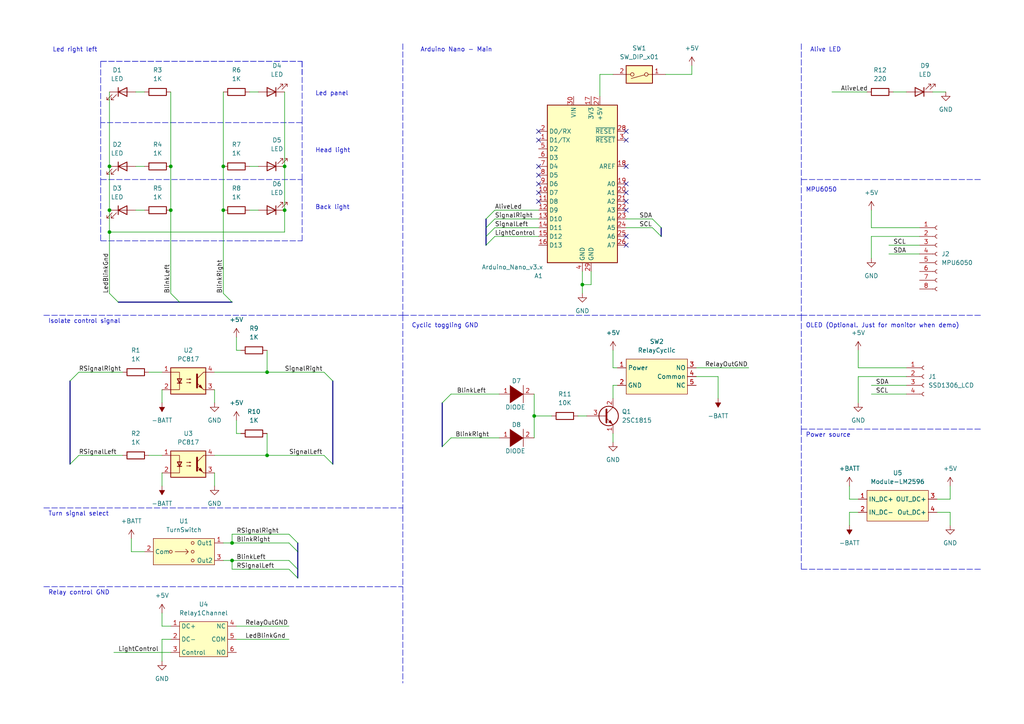
<source format=kicad_sch>
(kicad_sch (version 20211123) (generator eeschema)
  (paper "A4")
  (title_block (title "Turn light signal assistance") (rev "1.0.0") (company "Bosch VN"))
  (lib_symbols
    (symbol "Connector:Conn_01x04_Female" (pin_names (offset 1.016) hide)
      (property "Reference" "J" (at 0 5.08 0))
      (property "Value" "Conn_01x04_Female" (at 0 -7.62 0))
      (symbol "Conn_01x04_Female_1_1"
        (arc (start 0 -4.572) (mid -0.508 -5.08) (end 0 -5.588) (stroke (width 0.1524)))
        (arc (start 0 -2.032) (mid -0.508 -2.54) (end 0 -3.048) (stroke (width 0.1524)))
        (polyline (pts (xy -1.27 -5.08) (xy -0.508 -5.08)) (stroke (width 0.1524)))
        (polyline (pts (xy -1.27 -2.54) (xy -0.508 -2.54)) (stroke (width 0.1524)))
        (polyline (pts (xy -1.27 0) (xy -0.508 0)) (stroke (width 0.1524)))
        (polyline (pts (xy -1.27 2.54) (xy -0.508 2.54)) (stroke (width 0.1524)))
        (arc (start 0 0.508) (mid -0.508 0) (end 0 -0.508) (stroke (width 0.1524)))
        (arc (start 0 3.048) (mid -0.508 2.54) (end 0 2.032) (stroke (width 0.1524)))
        (pin passive line (at -5.08 2.54 0) (length 3.81) (name "Pin_1") (number "1"))
        (pin passive line (at -5.08 0 0) (length 3.81) (name "Pin_2") (number "2"))
        (pin passive line (at -5.08 -2.54 0) (length 3.81) (name "Pin_3") (number "3"))
        (pin passive line (at -5.08 -5.08 0) (length 3.81) (name "Pin_4") (number "4"))
      )
    )
    (symbol "Connector:Conn_01x08_Female" (pin_names (offset 1.016) hide)
      (property "Reference" "J" (at 0 10.16 0))
      (property "Value" "Conn_01x08_Female" (at 0 -12.7 0))
      (symbol "Conn_01x08_Female_1_1"
        (arc (start 0 -9.652) (mid -0.508 -10.16) (end 0 -10.668) (stroke (width 0.1524)))
        (arc (start 0 -7.112) (mid -0.508 -7.62) (end 0 -8.128) (stroke (width 0.1524)))
        (arc (start 0 -4.572) (mid -0.508 -5.08) (end 0 -5.588) (stroke (width 0.1524)))
        (arc (start 0 -2.032) (mid -0.508 -2.54) (end 0 -3.048) (stroke (width 0.1524)))
        (polyline (pts (xy -1.27 -10.16) (xy -0.508 -10.16)) (stroke (width 0.1524)))
        (polyline (pts (xy -1.27 -7.62) (xy -0.508 -7.62)) (stroke (width 0.1524)))
        (polyline (pts (xy -1.27 -5.08) (xy -0.508 -5.08)) (stroke (width 0.1524)))
        (polyline (pts (xy -1.27 -2.54) (xy -0.508 -2.54)) (stroke (width 0.1524)))
        (polyline (pts (xy -1.27 0) (xy -0.508 0)) (stroke (width 0.1524)))
        (polyline (pts (xy -1.27 2.54) (xy -0.508 2.54)) (stroke (width 0.1524)))
        (polyline (pts (xy -1.27 5.08) (xy -0.508 5.08)) (stroke (width 0.1524)))
        (polyline (pts (xy -1.27 7.62) (xy -0.508 7.62)) (stroke (width 0.1524)))
        (arc (start 0 0.508) (mid -0.508 0) (end 0 -0.508) (stroke (width 0.1524)))
        (arc (start 0 3.048) (mid -0.508 2.54) (end 0 2.032) (stroke (width 0.1524)))
        (arc (start 0 5.588) (mid -0.508 5.08) (end 0 4.572) (stroke (width 0.1524)))
        (arc (start 0 8.128) (mid -0.508 7.62) (end 0 7.112) (stroke (width 0.1524)))
        (pin passive line (at -5.08 7.62 0) (length 3.81) (name "Pin_1") (number "1"))
        (pin passive line (at -5.08 5.08 0) (length 3.81) (name "Pin_2") (number "2"))
        (pin passive line (at -5.08 2.54 0) (length 3.81) (name "Pin_3") (number "3"))
        (pin passive line (at -5.08 0 0) (length 3.81) (name "Pin_4") (number "4"))
        (pin passive line (at -5.08 -2.54 0) (length 3.81) (name "Pin_5") (number "5"))
        (pin passive line (at -5.08 -5.08 0) (length 3.81) (name "Pin_6") (number "6"))
        (pin passive line (at -5.08 -7.62 0) (length 3.81) (name "Pin_7") (number "7"))
        (pin passive line (at -5.08 -10.16 0) (length 3.81) (name "Pin_8") (number "8"))
      )
    )
    (symbol "Device:LED" (pin_numbers hide) (pin_names (offset 1.016) hide)
      (property "Reference" "D" (at 0 2.54 0))
      (property "Value" "LED" (at 0 -2.54 0))
      (symbol "LED_0_1"
        (polyline (pts (xy -1.27 -1.27) (xy -1.27 1.27)) (stroke (width 0.254)))
        (polyline (pts (xy -1.27 0) (xy 1.27 0)))
        (polyline (pts (xy 1.27 -1.27) (xy 1.27 1.27) (xy -1.27 0) (xy 1.27 -1.27)) (stroke (width 0.254)))
        (polyline (pts (xy -3.048 -0.762) (xy -4.572 -2.286) (xy -3.81 -2.286) (xy -4.572 -2.286) (xy -4.572 -1.524)))
        (polyline (pts (xy -1.778 -0.762) (xy -3.302 -2.286) (xy -2.54 -2.286) (xy -3.302 -2.286) (xy -3.302 -1.524)))
      )
      (symbol "LED_1_1"
        (pin passive line (at -3.81 0 0) (length 2.54) (name "K") (number "1"))
        (pin passive line (at 3.81 0 180) (length 2.54) (name "A") (number "2"))
      )
    )
    (symbol "Device:R" (pin_numbers hide) (pin_names (offset 0))
      (property "Reference" "R" (at 2.032 0 90))
      (property "Value" "R" (at 0 0 90))
      (symbol "R_0_1"
        (rectangle (start -1.016 -2.54) (end 1.016 2.54) (stroke (width 0.254)))
      )
      (symbol "R_1_1"
        (pin passive line (at 0 3.81 270) (length 1.27) (name "~") (number "1"))
        (pin passive line (at 0 -3.81 90) (length 1.27) (name "~") (number "2"))
      )
    )
    (symbol "Isolator:PC817" (pin_names (offset 1.016))
      (property "Reference" "U" (at -5.08 5.08 0))
      (property "Value" "PC817" (at 0 5.08 0))
      (symbol "PC817_0_1"
        (rectangle (start -5.08 3.81) (end 5.08 -3.81) (stroke (width 0.254)) (fill (type background)))
        (polyline (pts (xy -3.175 -0.635) (xy -1.905 -0.635)) (stroke (width 0.254)))
        (polyline (pts (xy 2.54 0.635) (xy 4.445 2.54)))
        (polyline (pts (xy 4.445 -2.54) (xy 2.54 -0.635)) (fill (type outline)))
        (polyline (pts (xy 4.445 -2.54) (xy 5.08 -2.54)))
        (polyline (pts (xy 4.445 2.54) (xy 5.08 2.54)))
        (polyline (pts (xy -5.08 2.54) (xy -2.54 2.54) (xy -2.54 -0.635)))
        (polyline (pts (xy -2.54 -0.635) (xy -2.54 -2.54) (xy -5.08 -2.54)))
        (polyline (pts (xy 2.54 1.905) (xy 2.54 -1.905) (xy 2.54 -1.905)) (stroke (width 0.508)))
        (polyline (pts (xy -2.54 -0.635) (xy -3.175 0.635) (xy -1.905 0.635) (xy -2.54 -0.635)) (stroke (width 0.254)))
        (polyline (pts (xy -0.508 -0.508) (xy 0.762 -0.508) (xy 0.381 -0.635) (xy 0.381 -0.381) (xy 0.762 -0.508)))
        (polyline (pts (xy -0.508 0.508) (xy 0.762 0.508) (xy 0.381 0.381) (xy 0.381 0.635) (xy 0.762 0.508)))
        (polyline (pts (xy 3.048 -1.651) (xy 3.556 -1.143) (xy 4.064 -2.159) (xy 3.048 -1.651) (xy 3.048 -1.651)) (fill (type outline)))
      )
      (symbol "PC817_1_1"
        (pin passive line (at -7.62 2.54 0) (length 2.54) (name "~") (number "1"))
        (pin passive line (at -7.62 -2.54 0) (length 2.54) (name "~") (number "2"))
        (pin passive line (at 7.62 -2.54 180) (length 2.54) (name "~") (number "3"))
        (pin passive line (at 7.62 2.54 180) (length 2.54) (name "~") (number "4"))
      )
    )
    (symbol "MCU_Module:Arduino_Nano_v3.x"
      (property "Reference" "A" (at -10.16 23.495 0))
      (property "Value" "Arduino_Nano_v3.x" (at 5.08 -24.13 0))
      (symbol "Arduino_Nano_v3.x_0_1"
        (rectangle (start -10.16 22.86) (end 10.16 -22.86) (stroke (width 0.254)) (fill (type background)))
      )
      (symbol "Arduino_Nano_v3.x_1_1"
        (pin bidirectional line (at -12.7 12.7 0) (length 2.54) (name "D1/TX") (number "1"))
        (pin bidirectional line (at -12.7 -2.54 0) (length 2.54) (name "D7") (number "10"))
        (pin bidirectional line (at -12.7 -5.08 0) (length 2.54) (name "D8") (number "11"))
        (pin bidirectional line (at -12.7 -7.62 0) (length 2.54) (name "D9") (number "12"))
        (pin bidirectional line (at -12.7 -10.16 0) (length 2.54) (name "D10") (number "13"))
        (pin bidirectional line (at -12.7 -12.7 0) (length 2.54) (name "D11") (number "14"))
        (pin bidirectional line (at -12.7 -15.24 0) (length 2.54) (name "D12") (number "15"))
        (pin bidirectional line (at -12.7 -17.78 0) (length 2.54) (name "D13") (number "16"))
        (pin power_out line (at 2.54 25.4 270) (length 2.54) (name "3V3") (number "17"))
        (pin input line (at 12.7 5.08 180) (length 2.54) (name "AREF") (number "18"))
        (pin bidirectional line (at 12.7 0 180) (length 2.54) (name "A0") (number "19"))
        (pin bidirectional line (at -12.7 15.24 0) (length 2.54) (name "D0/RX") (number "2"))
        (pin bidirectional line (at 12.7 -2.54 180) (length 2.54) (name "A1") (number "20"))
        (pin bidirectional line (at 12.7 -5.08 180) (length 2.54) (name "A2") (number "21"))
        (pin bidirectional line (at 12.7 -7.62 180) (length 2.54) (name "A3") (number "22"))
        (pin bidirectional line (at 12.7 -10.16 180) (length 2.54) (name "A4") (number "23"))
        (pin bidirectional line (at 12.7 -12.7 180) (length 2.54) (name "A5") (number "24"))
        (pin bidirectional line (at 12.7 -15.24 180) (length 2.54) (name "A6") (number "25"))
        (pin bidirectional line (at 12.7 -17.78 180) (length 2.54) (name "A7") (number "26"))
        (pin power_out line (at 5.08 25.4 270) (length 2.54) (name "+5V") (number "27"))
        (pin input line (at 12.7 15.24 180) (length 2.54) (name "~{RESET}") (number "28"))
        (pin power_in line (at 2.54 -25.4 90) (length 2.54) (name "GND") (number "29"))
        (pin input line (at 12.7 12.7 180) (length 2.54) (name "~{RESET}") (number "3"))
        (pin power_in line (at -2.54 25.4 270) (length 2.54) (name "VIN") (number "30"))
        (pin power_in line (at 0 -25.4 90) (length 2.54) (name "GND") (number "4"))
        (pin bidirectional line (at -12.7 10.16 0) (length 2.54) (name "D2") (number "5"))
        (pin bidirectional line (at -12.7 7.62 0) (length 2.54) (name "D3") (number "6"))
        (pin bidirectional line (at -12.7 5.08 0) (length 2.54) (name "D4") (number "7"))
        (pin bidirectional line (at -12.7 2.54 0) (length 2.54) (name "D5") (number "8"))
        (pin bidirectional line (at -12.7 0 0) (length 2.54) (name "D6") (number "9"))
      )
    )
    (symbol "New_Library:MinatureSwitch"
      (property "Reference" "U?" (at 0 -5.08 0))
      (property "Value" "MinatureSwitch" (at 0 -6.35 0))
      (symbol "MinatureSwitch_0_1"
        (rectangle (start -8.89 3.81) (end 8.89 -3.81) (fill (type background)))
        (circle (center -3.81 0) (radius 0.421))
        (polyline (pts (xy -2.54 0) (xy 1.27 0) (xy 0.5399 0.7287) (xy 1.27 0) (xy 0.5657 -0.6901)))
        (circle (center 2.54 -2.54) (radius 0.421))
        (circle (center 2.54 0) (radius 0.421))
        (circle (center 2.54 2.54) (radius 0.421))
      )
      (symbol "MinatureSwitch_1_1"
        (pin output line (at 11.43 2.54 180) (length 2.54) (name "Out1") (number "1"))
        (pin input line (at -11.43 0 0) (length 2.54) (name "Com") (number "2"))
        (pin output line (at 11.43 -2.54 180) (length 2.54) (name "Out2") (number "3"))
      )
    )
    (symbol "New_Library:Module-LM2596"
      (property "Reference" "U?" (at 0 -3.81 0))
      (property "Value" "Module-LM2596" (at 0 7.62 0))
      (symbol "Module-LM2596_0_1"
        (rectangle (start -8.89 6.35) (end 8.89 -2.54) (fill (type background)))
      )
      (symbol "Module-LM2596_1_1"
        (pin input line (at -11.43 3.81 0) (length 2.54) (name "IN_DC+") (number "1"))
        (pin input line (at -11.43 0 0) (length 2.54) (name "IN_DC-") (number "2"))
        (pin output line (at 11.43 3.81 180) (length 2.54) (name "OUT_DC+") (number "3"))
        (pin output line (at 11.43 0 180) (length 2.54) (name "Out_DC+") (number "4"))
      )
    )
    (symbol "New_Library:Relay1Channel"
      (property "Reference" "U?" (at 0 -7.62 0))
      (property "Value" "Relay1Channel" (at 0 -10.16 0))
      (symbol "Relay1Channel_0_1"
        (rectangle (start -6.35 3.81) (end 7.62 -6.35) (fill (type background)))
      )
      (symbol "Relay1Channel_1_1"
        (pin input line (at -8.89 2.54 0) (length 2.54) (name "DC+") (number "1"))
        (pin output line (at -8.89 -1.27 0) (length 2.54) (name "DC-") (number "2"))
        (pin input line (at -8.89 -5.08 0) (length 2.54) (name "Control") (number "3"))
        (pin output line (at 10.16 2.54 180) (length 2.54) (name "NC") (number "4"))
        (pin input line (at 10.16 -1.27 180) (length 2.54) (name "COM") (number "5"))
        (pin output line (at 10.16 -5.08 180) (length 2.54) (name "NO") (number "6"))
      )
    )
    (symbol "New_Library:RelayCyclic"
      (property "Reference" "SW?" (at 0 -10.16 0))
      (property "Value" "RelayCyclic" (at 0 -7.62 0))
      (symbol "RelayCyclic_0_1"
        (rectangle (start -8.89 5.08) (end 8.89 -5.08) (fill (type background)))
      )
      (symbol "RelayCyclic_1_1"
        (pin input line (at -11.43 2.54 0) (length 2.54) (name "Power") (number "1"))
        (pin input line (at -11.43 -2.54 0) (length 2.54) (name "GND") (number "2"))
        (pin input line (at 11.43 2.54 180) (length 2.54) (name "NO") (number "3"))
        (pin input line (at 11.43 0 180) (length 2.54) (name "Common") (number "4"))
        (pin input line (at 11.43 -2.54 180) (length 2.54) (name "NC") (number "5"))
      )
    )
    (symbol "Switch:SW_DIP_x01" (pin_names (offset 0) hide)
      (property "Reference" "SW" (at 0 3.81 0))
      (property "Value" "SW_DIP_x01" (at 0 -3.81 0))
      (symbol "SW_DIP_x01_0_0"
        (circle (center -2.032 0) (radius 0.508))
        (polyline (pts (xy -1.524 0.127) (xy 2.3622 1.1684)))
        (circle (center 2.032 0) (radius 0.508))
      )
      (symbol "SW_DIP_x01_0_1"
        (rectangle (start -3.81 2.54) (end 3.81 -2.54) (stroke (width 0.254)) (fill (type background)))
      )
      (symbol "SW_DIP_x01_1_1"
        (pin passive line (at -7.62 0 0) (length 5.08) (name "~") (number "1"))
        (pin passive line (at 7.62 0 180) (length 5.08) (name "~") (number "2"))
      )
    )
    (symbol "Transistor_BJT:2SC1815" (pin_names (offset 0) hide)
      (property "Reference" "Q" (at 5.08 1.905 0))
      (property "Value" "2SC1815" (at 5.08 0 0))
      (symbol "2SC1815_0_1"
        (polyline (pts (xy 0 0) (xy 0.508 0)))
        (polyline (pts (xy 0.635 0.635) (xy 2.54 2.54)))
        (polyline (pts (xy 0.635 -0.635) (xy 2.54 -2.54) (xy 2.54 -2.54)))
        (polyline (pts (xy 0.635 1.905) (xy 0.635 -1.905) (xy 0.635 -1.905)) (stroke (width 0.508)))
        (polyline (pts (xy 1.27 -1.778) (xy 1.778 -1.27) (xy 2.286 -2.286) (xy 1.27 -1.778) (xy 1.27 -1.778)) (fill (type outline)))
        (circle (center 1.27 0) (radius 2.8194) (stroke (width 0.254)))
      )
      (symbol "2SC1815_1_1"
        (pin passive line (at 2.54 -5.08 90) (length 2.54) (name "E") (number "1"))
        (pin passive line (at 2.54 5.08 270) (length 2.54) (name "C") (number "2"))
        (pin input line (at -5.08 0 0) (length 5.08) (name "B") (number "3"))
      )
    )
    (symbol "power:+5V" (power) (pin_names (offset 0))
      (property "Value" "+5V" (at 0 3.556 0))
      (symbol "+5V_0_1"
        (polyline (pts (xy -0.762 1.27) (xy 0 2.54)))
        (polyline (pts (xy 0 0) (xy 0 2.54)))
        (polyline (pts (xy 0 2.54) (xy 0.762 1.27)))
      )
      (symbol "+5V_1_1"
        (pin power_in line (at 0 0 90) (length 0) hide (name "+5V") (number "1"))
      )
    )
    (symbol "power:+BATT" (power) (pin_names (offset 0))
      (property "Value" "+BATT" (at 0 3.556 0))
      (symbol "+BATT_0_1"
        (polyline (pts (xy -0.762 1.27) (xy 0 2.54)))
        (polyline (pts (xy 0 0) (xy 0 2.54)))
        (polyline (pts (xy 0 2.54) (xy 0.762 1.27)))
      )
      (symbol "+BATT_1_1"
        (pin power_in line (at 0 0 90) (length 0) hide (name "+BATT") (number "1"))
      )
    )
    (symbol "power:-BATT" (power) (pin_names (offset 0))
      (property "Value" "-BATT" (at 0 3.556 0))
      (symbol "-BATT_0_1"
        (polyline (pts (xy 0 0) (xy 0 2.54)))
        (polyline (pts (xy 0.762 1.27) (xy -0.762 1.27) (xy 0 2.54) (xy 0.762 1.27)) (fill (type outline)))
      )
      (symbol "-BATT_1_1"
        (pin power_in line (at 0 0 90) (length 0) hide (name "-BATT") (number "1"))
      )
    )
    (symbol "power:GND" (power) (pin_names (offset 0))
      (property "Value" "GND" (at 0 -3.81 0))
      (symbol "GND_0_1"
        (polyline (pts (xy 0 0) (xy 0 -1.27) (xy 1.27 -1.27) (xy 0 -2.54) (xy -1.27 -1.27) (xy 0 -1.27)))
      )
      (symbol "GND_1_1"
        (pin power_in line (at 0 0 270) (length 0) hide (name "GND") (number "1"))
      )
    )
    (symbol "pspice:DIODE" (pin_names (offset 1.016) hide)
      (property "Reference" "D" (at 0 3.81 0))
      (property "Value" "DIODE" (at 0 -4.445 0))
      (symbol "DIODE_0_1"
        (polyline (pts (xy 1.905 2.54) (xy 1.905 -2.54)))
        (polyline (pts (xy -1.905 2.54) (xy -1.905 -2.54) (xy 1.905 0)) (fill (type outline)))
      )
      (symbol "DIODE_1_1"
        (pin input line (at -5.08 0 0) (length 3.81) (name "K") (number "1"))
        (pin input line (at 5.08 0 180) (length 3.81) (name "A") (number "2"))
      )
    )
  )
  (junction (at 154.94 120.65))
  (junction (at 31.75 67.31))
  (junction (at 49.53 60.96))
  (junction (at 64.77 48.26))
  (junction (at 49.53 48.26))
  (junction (at 168.91 82.55))
  (junction (at 77.47 107.95))
  (junction (at 67.31 162.56))
  (junction (at 31.75 60.96))
  (junction (at 67.31 157.48))
  (junction (at 77.47 132.08))
  (junction (at 82.55 48.26))
  (junction (at 82.55 60.96))
  (junction (at 64.77 60.96))
  (junction (at 31.75 48.26))
  (no_connect (at 156.21 40.64))
  (no_connect (at 156.21 58.42))
  (no_connect (at 181.61 38.1))
  (no_connect (at 181.61 40.64))
  (no_connect (at 181.61 48.26))
  (no_connect (at 181.61 53.34))
  (no_connect (at 181.61 58.42))
  (no_connect (at 181.61 60.96))
  (no_connect (at 181.61 55.88))
  (no_connect (at 181.61 71.12))
  (no_connect (at 181.61 68.58))
  (no_connect (at 156.21 48.26))
  (no_connect (at 156.21 50.8))
  (no_connect (at 156.21 53.34))
  (no_connect (at 156.21 55.88))
  (no_connect (at 156.21 38.1))
  (bus_entry (at 64.77 85.09) (size 2.54 2.54))
  (bus_entry (at 49.53 85.09) (size 2.54 2.54))
  (bus_entry (at 189.23 63.5) (size 2.54 2.54))
  (bus_entry (at 189.23 66.04) (size 2.54 2.54))
  (bus_entry (at 128.27 116.84) (size 2.54 -2.54))
  (bus_entry (at 128.27 129.54) (size 2.54 -2.54))
  (bus_entry (at 93.98 132.08) (size 2.54 2.54))
  (bus_entry (at 93.98 107.95) (size 2.54 2.54))
  (bus_entry (at 140.97 63.5) (size 2.54 -2.54))
  (bus_entry (at 83.82 162.56) (size 2.54 2.54))
  (bus_entry (at 83.82 157.48) (size 2.54 2.54))
  (bus_entry (at 83.82 154.94) (size 2.54 2.54))
  (bus_entry (at 83.82 165.1) (size 2.54 2.54))
  (bus_entry (at 22.86 107.95) (size -2.54 2.54))
  (bus_entry (at 22.86 132.08) (size -2.54 2.54))
  (bus_entry (at 140.97 68.58) (size 2.54 -2.54))
  (bus_entry (at 140.97 66.04) (size 2.54 -2.54))
  (bus_entry (at 31.75 85.09) (size 2.54 2.54))
  (bus_entry (at 143.51 68.58) (size -2.54 2.54))
  (wire (pts (xy 67.31 162.56) (xy 83.82 162.56)))
  (wire (pts (xy 252.73 111.76) (xy 262.89 111.76)))
  (wire (pts (xy 49.53 60.96) (xy 49.53 85.09)))
  (wire (pts (xy 130.81 127) (xy 144.78 127)))
  (wire (pts (xy 177.8 125.73) (xy 177.8 128.27)))
  (polyline (pts (xy 29.21 35.56) (xy 29.21 17.78)))
  (wire (pts (xy 181.61 63.5) (xy 189.23 63.5)))
  (wire (pts (xy 68.58 121.92) (xy 68.58 125.73)))
  (bus (pts (xy 140.97 66.04) (xy 140.97 68.58)))
  (wire (pts (xy 201.93 109.22) (xy 208.28 109.22)))
  (wire (pts (xy 154.94 120.65) (xy 154.94 127)))
  (bus (pts (xy 96.52 110.49) (xy 96.52 134.62)))
  (polyline (pts (xy 29.21 52.07) (xy 87.63 52.07)))
  (wire (pts (xy 31.75 26.67) (xy 31.75 48.26)))
  (wire (pts (xy 64.77 162.56) (xy 67.31 162.56)))
  (wire (pts (xy 200.66 19.05) (xy 200.66 21.59)))
  (wire (pts (xy 168.91 82.55) (xy 171.45 82.55)))
  (wire (pts (xy 38.1 156.21) (xy 38.1 160.02)))
  (bus (pts (xy 140.97 63.5) (xy 140.97 66.04)))
  (wire (pts (xy 252.73 68.58) (xy 266.7 68.58)))
  (wire (pts (xy 31.75 67.31) (xy 82.55 67.31)))
  (wire (pts (xy 31.75 60.96) (xy 31.75 67.31)))
  (wire (pts (xy 252.73 114.3) (xy 262.89 114.3)))
  (wire (pts (xy 246.38 140.97) (xy 246.38 144.78)))
  (wire (pts (xy 252.73 60.96) (xy 252.73 66.04)))
  (bus (pts (xy 52.07 87.63) (xy 67.31 87.63)))
  (wire (pts (xy 68.58 181.61) (xy 83.82 181.61)))
  (wire (pts (xy 177.8 111.76) (xy 177.8 115.57)))
  (wire (pts (xy 67.31 162.56) (xy 67.31 165.1)))
  (wire (pts (xy 275.59 144.78) (xy 271.78 144.78)))
  (wire (pts (xy 167.64 120.65) (xy 170.18 120.65)))
  (wire (pts (xy 77.47 132.08) (xy 93.98 132.08)))
  (wire (pts (xy 177.8 106.68) (xy 179.07 106.68)))
  (polyline (pts (xy 232.41 124.46) (xy 232.41 165.1)))
  (wire (pts (xy 171.45 78.74) (xy 171.45 82.55)))
  (wire (pts (xy 49.53 185.42) (xy 46.99 185.42)))
  (bus (pts (xy 86.36 160.02) (xy 86.36 165.1)))
  (wire (pts (xy 181.61 66.04) (xy 189.23 66.04)))
  (polyline (pts (xy 116.84 147.32) (xy 116.84 198.12)))
  (wire (pts (xy 72.39 26.67) (xy 74.93 26.67)))
  (wire (pts (xy 77.47 101.6) (xy 77.47 107.95)))
  (wire (pts (xy 246.38 144.78) (xy 248.92 144.78)))
  (wire (pts (xy 179.07 111.76) (xy 177.8 111.76)))
  (wire (pts (xy 22.86 132.08) (xy 35.56 132.08)))
  (wire (pts (xy 72.39 48.26) (xy 74.93 48.26)))
  (wire (pts (xy 259.08 26.67) (xy 262.89 26.67)))
  (polyline (pts (xy 29.21 69.85) (xy 87.63 69.85)))
  (polyline (pts (xy 116.84 91.44) (xy 116.84 91.44)))
  (bus (pts (xy 20.32 110.49) (xy 20.32 134.62)))
  (wire (pts (xy 43.18 107.95) (xy 46.99 107.95)))
  (polyline (pts (xy 232.41 52.07) (xy 284.48 52.07)))
  (wire (pts (xy 39.37 26.67) (xy 41.91 26.67)))
  (polyline (pts (xy 116.84 91.44) (xy 116.84 147.32)))
  (polyline (pts (xy 29.21 35.56) (xy 29.21 52.07)))
  (polyline (pts (xy 116.84 91.44) (xy 232.41 91.44)))
  (wire (pts (xy 38.1 160.02) (xy 41.91 160.02)))
  (polyline (pts (xy 12.7 170.18) (xy 116.84 170.18)))
  (wire (pts (xy 43.18 132.08) (xy 46.99 132.08)))
  (wire (pts (xy 77.47 125.73) (xy 77.47 132.08)))
  (wire (pts (xy 64.77 26.67) (xy 64.77 48.26)))
  (wire (pts (xy 46.99 181.61) (xy 49.53 181.61)))
  (wire (pts (xy 68.58 97.79) (xy 68.58 101.6)))
  (polyline (pts (xy 87.63 17.78) (xy 87.63 21.59)))
  (wire (pts (xy 177.8 101.6) (xy 177.8 106.68)))
  (bus (pts (xy 128.27 129.54) (xy 128.27 116.84)))
  (wire (pts (xy 77.47 107.95) (xy 93.98 107.95)))
  (wire (pts (xy 270.51 26.67) (xy 274.32 26.67)))
  (wire (pts (xy 68.58 185.42) (xy 83.82 185.42)))
  (wire (pts (xy 154.94 120.65) (xy 160.02 120.65)))
  (wire (pts (xy 82.55 60.96) (xy 82.55 67.31)))
  (polyline (pts (xy 29.21 17.78) (xy 87.63 17.78)))
  (wire (pts (xy 266.7 73.66) (xy 257.81 73.66)))
  (wire (pts (xy 248.92 109.22) (xy 248.92 116.84)))
  (wire (pts (xy 154.94 114.3) (xy 154.94 120.65)))
  (wire (pts (xy 252.73 66.04) (xy 266.7 66.04)))
  (wire (pts (xy 275.59 140.97) (xy 275.59 144.78)))
  (polyline (pts (xy 232.41 165.1) (xy 284.48 165.1)))
  (wire (pts (xy 271.78 148.59) (xy 275.59 148.59)))
  (polyline (pts (xy 232.41 124.46) (xy 284.48 124.46)))
  (wire (pts (xy 241.3 26.67) (xy 251.46 26.67)))
  (wire (pts (xy 68.58 125.73) (xy 69.85 125.73)))
  (wire (pts (xy 62.23 113.03) (xy 62.23 116.84)))
  (wire (pts (xy 68.58 101.6) (xy 69.85 101.6)))
  (wire (pts (xy 22.86 107.95) (xy 35.56 107.95)))
  (polyline (pts (xy 12.7 147.32) (xy 116.84 147.32)))
  (wire (pts (xy 64.77 48.26) (xy 64.77 60.96)))
  (polyline (pts (xy 116.84 12.7) (xy 116.84 91.44)))
  (wire (pts (xy 67.31 165.1) (xy 83.82 165.1)))
  (wire (pts (xy 31.75 67.31) (xy 31.75 85.09)))
  (wire (pts (xy 143.51 66.04) (xy 156.21 66.04)))
  (wire (pts (xy 156.21 68.58) (xy 143.51 68.58)))
  (wire (pts (xy 130.81 114.3) (xy 144.78 114.3)))
  (wire (pts (xy 46.99 177.8) (xy 46.99 181.61)))
  (bus (pts (xy 34.29 87.63) (xy 52.07 87.63)))
  (polyline (pts (xy 232.41 91.44) (xy 232.41 124.46)))
  (bus (pts (xy 86.36 157.48) (xy 86.36 160.02)))
  (wire (pts (xy 82.55 26.67) (xy 82.55 48.26)))
  (polyline (pts (xy 87.63 35.56) (xy 29.21 35.56)))
  (wire (pts (xy 173.99 21.59) (xy 173.99 27.94)))
  (polyline (pts (xy 87.63 52.07) (xy 87.63 35.56)))
  (wire (pts (xy 143.51 63.5) (xy 156.21 63.5)))
  (wire (pts (xy 46.99 185.42) (xy 46.99 191.77)))
  (polyline (pts (xy 87.63 17.78) (xy 87.63 35.56)))
  (wire (pts (xy 82.55 48.26) (xy 82.55 60.96)))
  (wire (pts (xy 77.47 132.08) (xy 62.23 132.08)))
  (wire (pts (xy 208.28 109.22) (xy 208.28 115.57)))
  (polyline (pts (xy 12.7 91.44) (xy 116.84 91.44)))
  (wire (pts (xy 248.92 109.22) (xy 262.89 109.22)))
  (wire (pts (xy 49.53 26.67) (xy 49.53 48.26)))
  (polyline (pts (xy 29.21 17.78) (xy 87.63 17.78)))
  (wire (pts (xy 177.8 21.59) (xy 173.99 21.59)))
  (bus (pts (xy 191.77 66.04) (xy 191.77 68.58)))
  (wire (pts (xy 62.23 137.16) (xy 62.23 140.97)))
  (wire (pts (xy 168.91 82.55) (xy 168.91 85.09)))
  (wire (pts (xy 46.99 137.16) (xy 46.99 140.97)))
  (wire (pts (xy 67.31 157.48) (xy 83.82 157.48)))
  (wire (pts (xy 248.92 101.6) (xy 248.92 106.68)))
  (wire (pts (xy 46.99 113.03) (xy 46.99 116.84)))
  (wire (pts (xy 257.81 71.12) (xy 266.7 71.12)))
  (wire (pts (xy 64.77 60.96) (xy 64.77 85.09)))
  (wire (pts (xy 39.37 60.96) (xy 41.91 60.96)))
  (wire (pts (xy 275.59 148.59) (xy 275.59 152.4)))
  (bus (pts (xy 140.97 68.58) (xy 140.97 71.12)))
  (polyline (pts (xy 232.41 52.07) (xy 232.41 91.44)))
  (wire (pts (xy 168.91 78.74) (xy 168.91 82.55)))
  (wire (pts (xy 31.75 48.26) (xy 31.75 60.96)))
  (wire (pts (xy 246.38 148.59) (xy 246.38 152.4)))
  (polyline (pts (xy 232.41 12.7) (xy 232.41 52.07)))
  (wire (pts (xy 49.53 48.26) (xy 49.53 60.96)))
  (wire (pts (xy 64.77 157.48) (xy 67.31 157.48)))
  (polyline (pts (xy 29.21 52.07) (xy 29.21 69.85)))
  (wire (pts (xy 252.73 68.58) (xy 252.73 74.93)))
  (wire (pts (xy 72.39 60.96) (xy 74.93 60.96)))
  (polyline (pts (xy 232.41 91.44) (xy 284.48 91.44)))
  (wire (pts (xy 39.37 48.26) (xy 41.91 48.26)))
  (wire (pts (xy 67.31 157.48) (xy 67.31 154.94)))
  (wire (pts (xy 62.23 107.95) (xy 77.47 107.95)))
  (wire (pts (xy 67.31 154.94) (xy 83.82 154.94)))
  (wire (pts (xy 33.02 189.23) (xy 49.53 189.23)))
  (wire (pts (xy 200.66 21.59) (xy 193.04 21.59)))
  (wire (pts (xy 201.93 106.68) (xy 217.17 106.68)))
  (bus (pts (xy 86.36 165.1) (xy 86.36 167.64)))
  (wire (pts (xy 262.89 106.68) (xy 248.92 106.68)))
  (wire (pts (xy 143.51 60.96) (xy 156.21 60.96)))
  (polyline (pts (xy 87.63 69.85) (xy 87.63 52.07)))
  (wire (pts (xy 248.92 148.59) (xy 246.38 148.59)))
  (text "MPU6050" (at 233.68 55.88 0) (effects (font (size 1.27 1.27)) (justify left bottom)))
  (text "Power source" (at 233.68 127 0) (effects (font (size 1.27 1.27)) (justify left bottom)))
  (text "Relay control GND" (at 13.97 172.72 0) (effects (font (size 1.27 1.27)) (justify left bottom)))
  (text "Led panel" (at 91.44 27.94 0) (effects (font (size 1.27 1.27)) (justify left bottom)))
  (text "Back light" (at 91.44 60.96 0) (effects (font (size 1.27 1.27)) (justify left bottom)))
  (text "Alive LED" (at 234.95 15.24 0) (effects (font (size 1.27 1.27)) (justify left bottom)))
  (text "Cyclic toggling GND" (at 119.38 95.25 0) (effects (font (size 1.27 1.27)) (justify left bottom)))
  (text "Arduino Nano - Main" (at 121.92 15.24 0) (effects (font (size 1.27 1.27)) (justify left bottom)))
  (text "Isolate control signal" (at 13.97 93.98 0) (effects (font (size 1.27 1.27)) (justify left bottom)))
  (text "Led right left" (at 15.24 15.24 0) (effects (font (size 1.27 1.27)) (justify left bottom)))
  (text "Head light" (at 91.44 44.45 0) (effects (font (size 1.27 1.27)) (justify left bottom)))
  (text "Turn signal select" (at 13.97 149.86 0) (effects (font (size 1.27 1.27)) (justify left bottom)))
  (text "OLED (Optional. Just for monitor when demo)" (at 233.68 95.25 0) (effects (font (size 1.27 1.27)) (justify left bottom)))
  (label "SignalLeft" (at 143.51 66.04 0))
  (label "SCL" (at 185.42 66.04 0))
  (label "SignalRight" (at 143.51 63.5 0))
  (label "RSignalLeft" (at 68.58 165.1 0))
  (label "SDA" (at 254 111.76 0))
  (label "LedBlinkGnd" (at 31.75 85.09 90))
  (label "RelayOutGND" (at 204.47 106.68 0))
  (label "SignalRight" (at 82.55 107.95 0))
  (label "BlinkLeft" (at 68.58 162.56 0))
  (label "LedBlinkGnd" (at 71.12 185.42 0))
  (label "AliveLed" (at 243.84 26.67 0))
  (label "BlinkRight" (at 68.58 157.48 0))
  (label "BlinkRight" (at 64.77 85.09 90))
  (label "BlinkRight" (at 132.08 127 0))
  (label "RSignalRight" (at 22.86 107.95 0))
  (label "RSignalLeft" (at 22.86 132.08 0))
  (label "SignalLeft" (at 83.82 132.08 0))
  (label "AliveLed" (at 143.51 60.96 0))
  (label "RSignalRight" (at 68.58 154.94 0))
  (label "SCL" (at 259.08 71.12 0))
  (label "BlinkLeft" (at 49.53 85.09 90))
  (label "SCL" (at 254 114.3 0))
  (label "LightControl" (at 143.51 68.58 0))
  (label "LightControl" (at 34.29 189.23 0))
  (label "SDA" (at 185.42 63.5 0))
  (label "BlinkLeft" (at 140.97 114.3 180))
  (label "RelayOutGND" (at 71.12 181.61 0))
  (label "SDA" (at 259.08 73.66 0))
  (symbol (lib_id "Device:R") (at 73.66 125.73 270) (unit 1)
    (property "Reference" "R10" (at 73.66 119.38 90))
    (property "Value" "1K" (at 73.66 121.92 90))
    (property "Footprint" "Resistor_THT:R_Axial_DIN0309_L9.0mm_D3.2mm_P12.70mm_Horizontal" (effects hide))
  )
  (symbol (lib_id "MCU_Module:Arduino_Nano_v3.x") (at 168.91 53.34 0) (unit 1)
    (property "Reference" "A1" (at 154.94 80.01 0) (effects (justify left)))
    (property "Value" "Arduino_Nano_v3.x" (at 139.7 77.47 0) (effects (justify left)))
    (property "Footprint" "Module:Arduino_Nano" (effects hide))
    (property "Datasheet" "http://www.mouser.com/pdfdocs/Gravitech_Arduino_Nano3_0.pdf" (effects hide))
  )
  (symbol (lib_id "Device:R") (at 39.37 132.08 270) (unit 1)
    (property "Reference" "R2" (at 39.37 125.73 90))
    (property "Value" "1K" (at 39.37 128.27 90))
    (property "Footprint" "Resistor_THT:R_Axial_DIN0309_L9.0mm_D3.2mm_P12.70mm_Horizontal" (effects hide))
  )
  (symbol (lib_id "power:GND") (at 274.32 26.67 0) (unit 1)
    (property "Reference" "#PWR021" (effects hide))
    (property "Value" "GND" (at 274.32 31.75 0))
  )
  (symbol (lib_id "Device:R") (at 45.72 60.96 90) (unit 1)
    (property "Reference" "R5" (at 45.72 54.61 90))
    (property "Value" "1K" (at 45.72 57.15 90))
    (property "Footprint" "Resistor_THT:R_Axial_DIN0309_L9.0mm_D3.2mm_P12.70mm_Horizontal" (effects hide))
  )
  (symbol (lib_id "Connector:Conn_01x08_Female") (at 271.78 73.66 0) (unit 1)
    (property "Reference" "J2" (at 273.05 73.6599 0) (effects (justify left)))
    (property "Value" "MPU6050" (at 273.05 76.1999 0) (effects (justify left)))
    (property "Footprint" "Connector_PinSocket_2.54mm:PinSocket_1x08_P2.54mm_Vertical" (effects hide))
  )
  (symbol (lib_id "Switch:SW_DIP_x01") (at 185.42 21.59 180) (unit 1)
    (property "Reference" "SW1" (at 185.42 13.97 0))
    (property "Value" "SW_DIP_x01" (at 185.42 16.51 0))
  )
  (symbol (lib_id "Device:R") (at 45.72 48.26 90) (unit 1)
    (property "Reference" "R4" (at 45.72 41.91 90))
    (property "Value" "1K" (at 45.72 44.45 90))
    (property "Footprint" "Resistor_THT:R_Axial_DIN0309_L9.0mm_D3.2mm_P12.70mm_Horizontal" (effects hide))
  )
  (symbol (lib_id "Device:R") (at 68.58 48.26 90) (unit 1)
    (property "Reference" "R7" (at 68.58 41.91 90))
    (property "Value" "1K" (at 68.58 44.45 90))
    (property "Footprint" "Resistor_THT:R_Axial_DIN0309_L9.0mm_D3.2mm_P12.70mm_Horizontal" (effects hide))
  )
  (symbol (lib_id "Device:LED") (at 35.56 48.26 0) (unit 1)
    (property "Reference" "D2" (at 33.9725 41.91 0))
    (property "Value" "LED" (at 33.9725 44.45 0))
    (property "Footprint" "LED_THT:LED_D3.0mm" (effects hide))
  )
  (symbol (lib_id "Device:R") (at 255.27 26.67 270) (unit 1)
    (property "Reference" "R12" (at 255.27 20.32 90))
    (property "Value" "220" (at 255.27 22.86 90))
    (property "Footprint" "Resistor_THT:R_Axial_DIN0309_L9.0mm_D3.2mm_P12.70mm_Horizontal" (effects hide))
  )
  (symbol (lib_id "New_Library:Relay1Channel") (at 58.42 184.15 0) (unit 1)
    (property "Reference" "U4" (at 59.055 175.26 0))
    (property "Value" "Relay1Channel" (at 59.055 177.8 0))
  )
  (symbol (lib_id "power:-BATT") (at 46.99 140.97 180) (unit 1)
    (property "Reference" "#PWR03" (effects hide))
    (property "Value" "-BATT" (at 46.99 146.05 0))
  )
  (symbol (lib_id "Device:R") (at 45.72 26.67 90) (unit 1)
    (property "Reference" "R3" (at 45.72 20.32 90))
    (property "Value" "1K" (at 45.72 22.86 90))
    (property "Footprint" "Resistor_THT:R_Axial_DIN0309_L9.0mm_D3.2mm_P12.70mm_Horizontal" (effects hide))
  )
  (symbol (lib_id "Isolator:PC817") (at 54.61 134.62 0) (unit 1)
    (property "Reference" "U3" (at 54.61 125.73 0))
    (property "Value" "PC817" (at 54.61 128.27 0))
    (property "Footprint" "Package_DIP:DIP-4_W7.62mm" (effects hide))
    (property "Datasheet" "http://www.soselectronic.cz/a_info/resource/d/pc817.pdf" (effects hide))
  )
  (symbol (lib_id "Device:R") (at 73.66 101.6 270) (unit 1)
    (property "Reference" "R9" (at 73.66 95.25 90))
    (property "Value" "1K" (at 73.66 97.79 90))
    (property "Footprint" "Resistor_THT:R_Axial_DIN0309_L9.0mm_D3.2mm_P12.70mm_Horizontal" (effects hide))
  )
  (symbol (lib_id "Connector:Conn_01x04_Female") (at 267.97 109.22 0) (unit 1)
    (property "Reference" "J1" (at 269.24 109.2199 0) (effects (justify left)))
    (property "Value" "SSD1306_LCD" (at 269.24 111.7599 0) (effects (justify left)))
    (property "Footprint" "SSD1306:128x64OLED" (effects hide))
  )
  (symbol (lib_id "power:-BATT") (at 208.28 115.57 180) (unit 1)
    (property "Reference" "#PWR014" (effects hide))
    (property "Value" "-BATT" (at 208.28 120.65 0))
  )
  (symbol (lib_id "power:GND") (at 62.23 116.84 0) (unit 1)
    (property "Reference" "#PWR06" (effects hide))
    (property "Value" "GND" (at 62.23 121.92 0))
  )
  (symbol (lib_id "power:GND") (at 62.23 140.97 0) (unit 1)
    (property "Reference" "#PWR07" (effects hide))
    (property "Value" "GND" (at 62.23 146.05 0))
  )
  (symbol (lib_id "power:+5V") (at 177.8 101.6 0) (unit 1)
    (property "Reference" "#PWR011" (effects hide))
    (property "Value" "+5V" (at 177.8 96.52 0))
  )
  (symbol (lib_id "Device:LED") (at 266.7 26.67 180) (unit 1)
    (property "Reference" "D9" (at 268.2875 19.05 0))
    (property "Value" "LED" (at 268.2875 21.59 0))
    (property "Footprint" "LED_THT:LED_D3.0mm" (effects hide))
  )
  (symbol (lib_id "power:GND") (at 248.92 116.84 0) (unit 1)
    (property "Reference" "#PWR018" (effects hide))
    (property "Value" "GND" (at 248.92 121.92 0))
  )
  (symbol (lib_id "power:+5V") (at 200.66 19.05 0) (unit 1)
    (property "Reference" "#PWR010" (effects hide))
    (property "Value" "+5V" (at 200.66 13.97 0))
  )
  (symbol (lib_id "Device:LED") (at 35.56 60.96 0) (unit 1)
    (property "Reference" "D3" (at 33.9725 54.61 0))
    (property "Value" "LED" (at 33.9725 57.15 0))
    (property "Footprint" "LED_THT:LED_D3.0mm" (effects hide))
  )
  (symbol (lib_id "power:+5V") (at 275.59 140.97 0) (unit 1)
    (property "Reference" "#PWR022" (effects hide))
    (property "Value" "+5V" (at 275.59 135.89 0))
  )
  (symbol (lib_id "power:+5V") (at 68.58 121.92 0) (unit 1)
    (property "Reference" "#PWR09" (effects hide))
    (property "Value" "+5V" (at 68.58 116.84 0))
  )
  (symbol (lib_id "New_Library:RelayCyclic") (at 190.5 109.22 0) (unit 1)
    (property "Reference" "SW2" (at 190.5 99.06 0))
    (property "Value" "RelayCyclic" (at 190.5 101.6 0))
  )
  (symbol (lib_id "power:+5V") (at 68.58 97.79 0) (unit 1)
    (property "Reference" "#PWR08" (effects hide))
    (property "Value" "+5V" (at 68.58 92.71 0))
  )
  (symbol (lib_id "Device:R") (at 68.58 26.67 90) (unit 1)
    (property "Reference" "R6" (at 68.58 20.32 90))
    (property "Value" "1K" (at 68.58 22.86 90))
    (property "Footprint" "Resistor_THT:R_Axial_DIN0309_L9.0mm_D3.2mm_P12.70mm_Horizontal" (effects hide))
  )
  (symbol (lib_id "Device:LED") (at 35.56 26.67 0) (unit 1)
    (property "Reference" "D1" (at 33.9725 20.32 0))
    (property "Value" "LED" (at 33.9725 22.86 0))
    (property "Footprint" "LED_THT:LED_D3.0mm" (effects hide))
  )
  (symbol (lib_id "New_Library:Module-LM2596") (at 260.35 148.59 0) (unit 1)
    (property "Reference" "U5" (at 260.35 137.16 0))
    (property "Value" "Module-LM2596" (at 260.35 139.7 0))
  )
  (symbol (lib_id "power:GND") (at 252.73 74.93 0) (unit 1)
    (property "Reference" "#PWR020" (effects hide))
    (property "Value" "GND" (at 252.73 80.01 0))
  )
  (symbol (lib_id "power:GND") (at 46.99 191.77 0) (unit 1)
    (property "Reference" "#PWR05" (effects hide))
    (property "Value" "GND" (at 46.99 196.85 0))
  )
  (symbol (lib_id "pspice:DIODE") (at 149.86 114.3 0) (unit 1)
    (property "Reference" "D7" (at 151.13 110.49 0) (effects (justify right)))
    (property "Value" "DIODE" (at 152.4 118.11 0) (effects (justify right)))
  )
  (symbol (lib_id "Device:LED") (at 78.74 60.96 180) (unit 1)
    (property "Reference" "D6" (at 80.3275 53.34 0))
    (property "Value" "LED" (at 80.3275 55.88 0))
    (property "Footprint" "LED_THT:LED_D3.0mm" (effects hide))
  )
  (symbol (lib_id "power:+BATT") (at 246.38 140.97 0) (unit 1)
    (property "Reference" "#PWR015" (effects hide))
    (property "Value" "+BATT" (at 246.38 135.89 0))
  )
  (symbol (lib_id "power:GND") (at 275.59 152.4 0) (unit 1)
    (property "Reference" "#PWR023" (effects hide))
    (property "Value" "GND" (at 275.59 157.48 0))
  )
  (symbol (lib_id "Transistor_BJT:2SC1815") (at 175.26 120.65 0) (unit 1)
    (property "Reference" "Q1" (at 180.34 119.3799 0) (effects (justify left)))
    (property "Value" "2SC1815" (at 180.34 121.9199 0) (effects (justify left)))
    (property "Footprint" "Package_TO_SOT_THT:TO-92_Inline" (effects hide))
    (property "Datasheet" "https://media.digikey.com/pdf/Data%20Sheets/Toshiba%20PDFs/2SC1815.pdf" (effects hide))
  )
  (symbol (lib_id "Isolator:PC817") (at 54.61 110.49 0) (unit 1)
    (property "Reference" "U2" (at 54.61 101.6 0))
    (property "Value" "PC817" (at 54.61 104.14 0))
    (property "Footprint" "Package_DIP:DIP-4_W7.62mm" (effects hide))
    (property "Datasheet" "http://www.soselectronic.cz/a_info/resource/d/pc817.pdf" (effects hide))
  )
  (symbol (lib_id "Device:LED") (at 78.74 48.26 180) (unit 1)
    (property "Reference" "D5" (at 80.3275 40.64 0))
    (property "Value" "LED" (at 80.3275 43.18 0))
    (property "Footprint" "LED_THT:LED_D3.0mm" (effects hide))
  )
  (symbol (lib_id "pspice:DIODE") (at 149.86 127 0) (unit 1)
    (property "Reference" "D8" (at 151.13 123.19 0) (effects (justify right)))
    (property "Value" "DIODE" (at 152.4 130.81 0) (effects (justify right)))
  )
  (symbol (lib_id "power:+5V") (at 252.73 60.96 0) (unit 1)
    (property "Reference" "#PWR019" (effects hide))
    (property "Value" "+5V" (at 252.73 55.88 0))
  )
  (symbol (lib_id "Device:R") (at 163.83 120.65 270) (unit 1)
    (property "Reference" "R11" (at 163.83 114.3 90))
    (property "Value" "10K" (at 163.83 116.84 90))
    (property "Footprint" "Resistor_THT:R_Axial_DIN0309_L9.0mm_D3.2mm_P12.70mm_Horizontal" (effects hide))
  )
  (symbol (lib_id "power:GND") (at 177.8 128.27 0) (unit 1)
    (property "Reference" "#PWR012" (effects hide))
    (property "Value" "GND" (at 177.8 133.35 0))
  )
  (symbol (lib_id "power:+5V") (at 248.92 101.6 0) (unit 1)
    (property "Reference" "#PWR017" (effects hide))
    (property "Value" "+5V" (at 248.92 96.52 0))
  )
  (symbol (lib_id "power:+BATT") (at 38.1 156.21 0) (unit 1)
    (property "Reference" "#PWR01" (effects hide))
    (property "Value" "+BATT" (at 38.1 151.13 0))
  )
  (symbol (lib_id "power:-BATT") (at 46.99 116.84 180) (unit 1)
    (property "Reference" "#PWR02" (effects hide))
    (property "Value" "-BATT" (at 46.99 121.92 0))
  )
  (symbol (lib_id "New_Library:MinatureSwitch") (at 53.34 160.02 0) (unit 1)
    (property "Reference" "U1" (at 53.34 151.13 0))
    (property "Value" "TurnSwitch" (at 53.34 153.67 0))
  )
  (symbol (lib_id "Device:R") (at 68.58 60.96 90) (unit 1)
    (property "Reference" "R8" (at 68.58 54.61 90))
    (property "Value" "1K" (at 68.58 57.15 90))
    (property "Footprint" "Resistor_THT:R_Axial_DIN0309_L9.0mm_D3.2mm_P12.70mm_Horizontal" (effects hide))
  )
  (symbol (lib_id "power:GND") (at 168.91 85.09 0) (unit 1)
    (property "Reference" "#PWR013" (effects hide))
    (property "Value" "GND" (at 168.91 90.17 0))
  )
  (symbol (lib_id "Device:R") (at 39.37 107.95 270) (unit 1)
    (property "Reference" "R1" (at 39.37 101.6 90))
    (property "Value" "1K" (at 39.37 104.14 90))
    (property "Footprint" "Resistor_THT:R_Axial_DIN0309_L9.0mm_D3.2mm_P12.70mm_Horizontal" (effects hide))
  )
  (symbol (lib_id "Device:LED") (at 78.74 26.67 180) (unit 1)
    (property "Reference" "D4" (at 80.3275 19.05 0))
    (property "Value" "LED" (at 80.3275 21.59 0))
    (property "Footprint" "LED_THT:LED_D3.0mm" (effects hide))
  )
  (symbol (lib_id "power:-BATT") (at 246.38 152.4 180) (unit 1)
    (property "Reference" "#PWR016" (effects hide))
    (property "Value" "-BATT" (at 246.38 157.48 0))
  )
  (symbol (lib_id "power:+5V") (at 46.99 177.8 0) (unit 1)
    (property "Reference" "#PWR04" (effects hide))
    (property "Value" "+5V" (at 46.99 172.72 0))
  )
)
</source>
